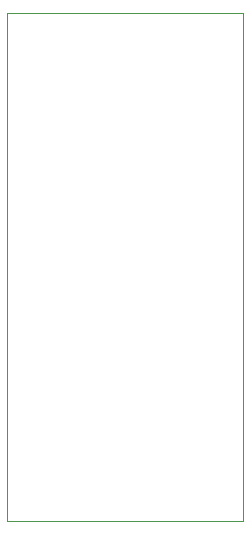
<source format=gm1>
%TF.GenerationSoftware,KiCad,Pcbnew,(5.99.0-11691-gd9cf939ba1)*%
%TF.CreationDate,2021-08-18T15:14:57+12:00*%
%TF.ProjectId,pmod_ov7670,706d6f64-5f6f-4763-9736-37302e6b6963,rev?*%
%TF.SameCoordinates,Original*%
%TF.FileFunction,Profile,NP*%
%FSLAX46Y46*%
G04 Gerber Fmt 4.6, Leading zero omitted, Abs format (unit mm)*
G04 Created by KiCad (PCBNEW (5.99.0-11691-gd9cf939ba1)) date 2021-08-18 15:14:57*
%MOMM*%
%LPD*%
G01*
G04 APERTURE LIST*
%TA.AperFunction,Profile*%
%ADD10C,0.100000*%
%TD*%
G04 APERTURE END LIST*
D10*
X18000000Y-61000000D02*
X18000000Y-18000000D01*
X38000000Y-61000000D02*
X18000000Y-61000000D01*
X38000000Y-18000000D02*
X38000000Y-61000000D01*
X18000000Y-18000000D02*
X38000000Y-18000000D01*
M02*

</source>
